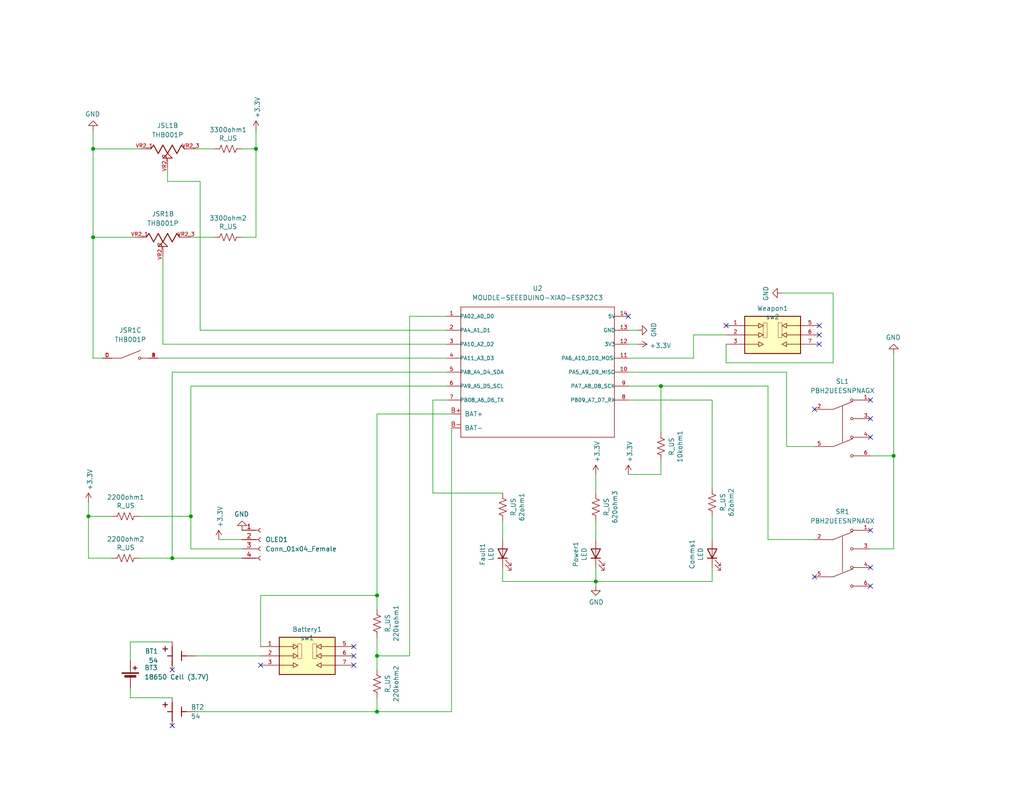
<source format=kicad_sch>
(kicad_sch (version 20230121) (generator eeschema)
  (paper "USLetter")
  (title_block (title "Combot Robot Transmitter") (date "2022-06-21") (rev "2") (company "Vector Space"))
  (lib_symbols
    (symbol "54_1" (pin_numbers hide) (pin_names (offset 1.016) hide)
      (property "Reference" "BT1" (at 3.81 1.27 0))
      (property "Value" "54" (at 3.81 -1.27 0))
      (symbol "54_1_0_0"
        (polyline (pts (xy -3.81 1.905) (xy -2.54 1.905)) (stroke (width 0.254)))
        (polyline (pts (xy -3.175 2.54) (xy -3.175 1.27)) (stroke (width 0.254)))
        (polyline (pts (xy -1.27 0) (xy -2.54 0)) (stroke (width 0.254)))
        (polyline (pts (xy -1.27 0) (xy -1.27 -2.54)) (stroke (width 0.254)))
        (polyline (pts (xy -1.27 2.54) (xy -1.27 0)) (stroke (width 0.254)))
        (polyline (pts (xy 1.27 0) (xy 1.27 -1.27)) (stroke (width 0.254)))
        (polyline (pts (xy 1.27 0) (xy 2.54 0)) (stroke (width 0.254)))
        (polyline (pts (xy 1.27 1.27) (xy 1.27 0)) (stroke (width 0.254)))
      )
      (symbol "54_1_1_1"
        (pin passive line (at -1.27 3.81 270) (length 2.54) (name "1_1") (number "1_1"))
        (pin passive line (at -1.27 -3.81 90) (length 2.54) (name "1_2") (number "1_2"))
        (pin passive line (at 5.08 0 180) (length 2.54) (name "1_3") (number "1_3"))
      )
    )
    (symbol "Connector:Conn_01x04_Female" (pin_names (offset 1.016) hide)
      (property "Reference" "J" (at 0 5.08 0))
      (property "Value" "Conn_01x04_Female" (at 0 -7.62 0))
      (symbol "Conn_01x04_Female_1_1"
        (arc (start 0 -4.572) (mid -0.5058 -5.08) (end 0 -5.588) (stroke (width 0.1524)))
        (arc (start 0 -2.032) (mid -0.5058 -2.54) (end 0 -3.048) (stroke (width 0.1524)))
        (polyline (pts (xy -1.27 -5.08) (xy -0.508 -5.08)) (stroke (width 0.1524)))
        (polyline (pts (xy -1.27 -2.54) (xy -0.508 -2.54)) (stroke (width 0.1524)))
        (polyline (pts (xy -1.27 0) (xy -0.508 0)) (stroke (width 0.1524)))
        (polyline (pts (xy -1.27 2.54) (xy -0.508 2.54)) (stroke (width 0.1524)))
        (arc (start 0 0.508) (mid -0.5058 0) (end 0 -0.508) (stroke (width 0.1524)))
        (arc (start 0 3.048) (mid -0.5058 2.54) (end 0 2.032) (stroke (width 0.1524)))
        (pin passive line (at -5.08 2.54 0) (length 3.81) (name "Pin_1") (number "1"))
        (pin passive line (at -5.08 0 0) (length 3.81) (name "Pin_2") (number "2"))
        (pin passive line (at -5.08 -2.54 0) (length 3.81) (name "Pin_3") (number "3"))
        (pin passive line (at -5.08 -5.08 0) (length 3.81) (name "Pin_4") (number "4"))
      )
    )
    (symbol "Device:Battery_Cell" (pin_numbers hide) (pin_names (offset 0) hide)
      (property "Reference" "BT" (at 2.54 2.54 0))
      (property "Value" "Battery_Cell" (at 2.54 0 0))
      (symbol "Battery_Cell_0_1"
        (rectangle (start -2.286 1.778) (end 2.286 1.524) (fill (type outline)))
        (rectangle (start -1.524 1.016) (end 1.524 0.508) (fill (type outline)))
        (polyline (pts (xy 0 0.762) (xy 0 0)))
        (polyline (pts (xy 0 1.778) (xy 0 2.54)))
        (polyline (pts (xy 0.762 3.048) (xy 1.778 3.048)) (stroke (width 0.254)))
        (polyline (pts (xy 1.27 3.556) (xy 1.27 2.54)) (stroke (width 0.254)))
      )
      (symbol "Battery_Cell_1_1"
        (pin passive line (at 0 5.08 270) (length 2.54) (name "+") (number "1"))
        (pin passive line (at 0 -2.54 90) (length 2.54) (name "-") (number "2"))
      )
    )
    (symbol "Device:LED" (pin_numbers hide) (pin_names (offset 1.016) hide)
      (property "Reference" "D" (at 0 2.54 0))
      (property "Value" "LED" (at 0 -2.54 0))
      (symbol "LED_0_1"
        (polyline (pts (xy -1.27 -1.27) (xy -1.27 1.27)) (stroke (width 0.254)))
        (polyline (pts (xy -1.27 0) (xy 1.27 0)))
        (polyline (pts (xy 1.27 -1.27) (xy 1.27 1.27) (xy -1.27 0) (xy 1.27 -1.27)) (stroke (width 0.254)))
        (polyline (pts (xy -3.048 -0.762) (xy -4.572 -2.286) (xy -3.81 -2.286) (xy -4.572 -2.286) (xy -4.572 -1.524)))
        (polyline (pts (xy -1.778 -0.762) (xy -3.302 -2.286) (xy -2.54 -2.286) (xy -3.302 -2.286) (xy -3.302 -1.524)))
      )
      (symbol "LED_1_1"
        (pin passive line (at -3.81 0 0) (length 2.54) (name "K") (number "1"))
        (pin passive line (at 3.81 0 180) (length 2.54) (name "A") (number "2"))
      )
    )
    (symbol "Device:R_US" (pin_numbers hide) (pin_names (offset 0))
      (property "Reference" "R" (at 2.54 0 90))
      (property "Value" "R_US" (at -2.54 0 90))
      (symbol "R_US_0_1"
        (polyline (pts (xy 0 -2.286) (xy 0 -2.54)))
        (polyline (pts (xy 0 2.286) (xy 0 2.54)))
        (polyline (pts (xy 0 -0.762) (xy 1.016 -1.143) (xy 0 -1.524) (xy -1.016 -1.905) (xy 0 -2.286)))
        (polyline (pts (xy 0 0.762) (xy 1.016 0.381) (xy 0 0) (xy -1.016 -0.381) (xy 0 -0.762)))
        (polyline (pts (xy 0 2.286) (xy 1.016 1.905) (xy 0 1.524) (xy -1.016 1.143) (xy 0 0.762)))
      )
      (symbol "R_US_1_1"
        (pin passive line (at 0 3.81 270) (length 1.27) (name "~") (number "1"))
        (pin passive line (at 0 -3.81 90) (length 1.27) (name "~") (number "2"))
      )
    )
    (symbol "JS202011JCQN:JS202011JCQN" (pin_names (offset 1.016) hide)
      (property "Reference" "S" (at -7.62 6.35 0))
      (property "Value" "JS202011JCQN" (at -7.62 -6.35 0))
      (symbol "JS202011JCQN_0_0"
        (rectangle (start -7.62 -5.08) (end 7.62 5.08) (stroke (width 0.254)) (fill (type background)))
        (polyline (pts (xy -7.62 -2.54) (xy -3.81 -2.54)) (stroke (width 0.1524)))
        (polyline (pts (xy -7.62 0) (xy -3.81 0)) (stroke (width 0.1524)))
        (polyline (pts (xy -7.62 2.54) (xy -3.81 2.54)) (stroke (width 0.1524)))
        (polyline (pts (xy 7.62 -2.54) (xy 3.81 -2.54)) (stroke (width 0.1524)))
        (polyline (pts (xy 7.62 0) (xy 3.81 0)) (stroke (width 0.1524)))
        (polyline (pts (xy 7.62 2.54) (xy 3.81 2.54)) (stroke (width 0.1524)))
        (polyline (pts (xy -3.81 -1.905) (xy -3.81 -3.175) (xy -2.54 -2.54) (xy -3.81 -1.905)) (stroke (width 0.1524)) (fill (type background)))
        (polyline (pts (xy -3.81 0.635) (xy -3.81 -0.635) (xy -2.54 0) (xy -3.81 0.635)) (stroke (width 0.1524)) (fill (type background)))
        (polyline (pts (xy -3.81 3.175) (xy -3.81 1.905) (xy -2.54 2.54) (xy -3.81 3.175)) (stroke (width 0.1524)) (fill (type background)))
        (polyline (pts (xy 3.81 -3.175) (xy 3.81 -1.905) (xy 2.54 -2.54) (xy 3.81 -3.175)) (stroke (width 0.1524)) (fill (type background)))
        (polyline (pts (xy 3.81 -0.635) (xy 3.81 0.635) (xy 2.54 0) (xy 3.81 -0.635)) (stroke (width 0.1524)) (fill (type background)))
        (polyline (pts (xy 3.81 1.905) (xy 3.81 3.175) (xy 2.54 2.54) (xy 3.81 1.905)) (stroke (width 0.1524)) (fill (type background)))
        (polyline (pts (xy -2.54 3.302) (xy -2.54 -0.762) (xy -1.524 -0.762) (xy -1.524 3.302) (xy -2.54 3.302)) (stroke (width 0.0254)) (fill (type background)))
        (polyline (pts (xy 1.524 3.302) (xy 1.524 -0.762) (xy 2.54 -0.762) (xy 2.54 3.302) (xy 1.524 3.302)) (stroke (width 0.0254)) (fill (type background)))
        (pin passive line (at -12.7 2.54 0) (length 5.08) (name "~") (number "1"))
        (pin passive line (at -12.7 0 0) (length 5.08) (name "~") (number "2"))
        (pin passive line (at -12.7 -2.54 0) (length 5.08) (name "~") (number "3"))
        (pin passive line (at 12.7 2.54 180) (length 5.08) (name "~") (number "5"))
        (pin passive line (at 12.7 0 180) (length 5.08) (name "~") (number "6"))
        (pin passive line (at 12.7 -2.54 180) (length 5.08) (name "~") (number "7"))
      )
    )
    (symbol "PBH2UEESNPNAGX:PBH2UEESNPNAGX" (pin_names (offset 1.016))
      (property "Reference" "S" (at -2.54 10.16 0))
      (property "Value" "PBH2UEESNPNAGX" (at -2.54 -10.16 0))
      (symbol "PBH2UEESNPNAGX_0_0"
        (polyline (pts (xy -2.54 -5.08) (xy -5.08 -5.08)) (stroke (width 0.1524)))
        (polyline (pts (xy -2.54 -5.08) (xy 2.794 -2.9464)) (stroke (width 0.1524)))
        (polyline (pts (xy -2.54 5.08) (xy -5.08 5.08)) (stroke (width 0.1524)))
        (polyline (pts (xy -2.54 5.08) (xy 2.794 7.2136)) (stroke (width 0.1524)))
        (polyline (pts (xy 0 5.842) (xy 0 -3.81)) (stroke (width 0.1524)))
        (polyline (pts (xy 5.08 -7.62) (xy 2.921 -7.62)) (stroke (width 0.1524)))
        (polyline (pts (xy 5.08 -2.54) (xy 2.921 -2.54)) (stroke (width 0.1524)))
        (polyline (pts (xy 5.08 2.54) (xy 2.921 2.54)) (stroke (width 0.1524)))
        (polyline (pts (xy 5.08 7.62) (xy 2.921 7.62)) (stroke (width 0.1524)))
        (circle (center 2.54 -7.62) (radius 0.3302) (stroke (width 0.1524)))
        (circle (center 2.54 -2.54) (radius 0.3302) (stroke (width 0.1524)))
        (circle (center 2.54 2.54) (radius 0.3302) (stroke (width 0.1524)))
        (circle (center 2.54 7.62) (radius 0.3302) (stroke (width 0.1524)))
        (pin passive line (at 7.62 7.62 180) (length 2.54) (name "~") (number "1"))
        (pin passive line (at -7.62 5.08 0) (length 2.54) (name "~") (number "2"))
        (pin passive line (at 7.62 2.54 180) (length 2.54) (name "~") (number "3"))
        (pin passive line (at 7.62 -2.54 180) (length 2.54) (name "~") (number "4"))
        (pin passive line (at -7.62 -5.08 0) (length 2.54) (name "~") (number "5"))
        (pin passive line (at 7.62 -7.62 180) (length 2.54) (name "~") (number "6"))
      )
    )
    (symbol "SEEEDUINO-XIAO-ESP32C3:MOUDLE-SEEEDUINO-XIAO-ESP32C3" (pin_names (offset 1.016))
      (property "Reference" "U2" (at -0.635 19.05 0))
      (property "Value" "MOUDLE-SEEEDUINO-XIAO-ESP32C3" (at -0.635 16.51 0))
      (symbol "MOUDLE-SEEEDUINO-XIAO-ESP32C3_0_0"
        (polyline (pts (xy -21.59 -21.59) (xy -21.59 0)) (stroke (width 0.1524)))
        (polyline (pts (xy -21.59 -11.43) (xy -22.86 -11.43)) (stroke (width 0.1524)))
        (polyline (pts (xy -21.59 -7.62) (xy -22.86 -7.62)) (stroke (width 0.1524)))
        (polyline (pts (xy -21.59 -3.81) (xy -22.86 -3.81)) (stroke (width 0.1524)))
        (polyline (pts (xy -21.59 0) (xy -22.86 0)) (stroke (width 0.1524)))
        (polyline (pts (xy -21.59 0) (xy -21.59 3.81)) (stroke (width 0.1524)))
        (polyline (pts (xy -21.59 3.81) (xy -22.86 3.81)) (stroke (width 0.1524)))
        (polyline (pts (xy -21.59 3.81) (xy -21.59 7.62)) (stroke (width 0.1524)))
        (polyline (pts (xy -21.59 7.62) (xy -22.86 7.62)) (stroke (width 0.1524)))
        (polyline (pts (xy -21.59 7.62) (xy -21.59 11.43)) (stroke (width 0.1524)))
        (polyline (pts (xy -21.59 11.43) (xy -22.86 11.43)) (stroke (width 0.1524)))
        (polyline (pts (xy -21.59 11.43) (xy -21.59 13.97)) (stroke (width 0.1524)))
        (polyline (pts (xy -21.59 13.97) (xy 20.32 13.97)) (stroke (width 0.1524)))
        (polyline (pts (xy 20.32 -21.59) (xy -21.59 -21.59)) (stroke (width 0.1524)))
        (polyline (pts (xy 20.32 3.81) (xy 20.32 -21.59)) (stroke (width 0.1524)))
        (polyline (pts (xy 20.32 7.62) (xy 20.32 3.81)) (stroke (width 0.1524)))
        (polyline (pts (xy 20.32 11.43) (xy 20.32 7.62)) (stroke (width 0.1524)))
        (polyline (pts (xy 20.32 13.97) (xy 20.32 11.43)) (stroke (width 0.1524)))
        (polyline (pts (xy 21.59 -11.43) (xy 20.32 -11.43)) (stroke (width 0.1524)))
        (polyline (pts (xy 21.59 -7.62) (xy 20.32 -7.62)) (stroke (width 0.1524)))
        (polyline (pts (xy 21.59 -3.81) (xy 20.32 -3.81)) (stroke (width 0.1524)))
        (polyline (pts (xy 21.59 0) (xy 20.32 0)) (stroke (width 0.1524)))
        (polyline (pts (xy 21.59 3.81) (xy 20.32 3.81)) (stroke (width 0.1524)))
        (polyline (pts (xy 21.59 7.62) (xy 20.32 7.62)) (stroke (width 0.1524)))
        (polyline (pts (xy 21.59 11.43) (xy 20.32 11.43)) (stroke (width 0.1524)))
        (pin bidirectional line (at -25.4 11.43 0) (length 2.54) (name "PA02_A0_D0") (number "1"))
        (pin bidirectional line (at 24.13 -3.81 180) (length 2.54) (name "PA5_A9_D9_MISO") (number "10"))
        (pin bidirectional line (at 24.13 0 180) (length 2.54) (name "PA6_A10_D10_MOSI") (number "11"))
        (pin bidirectional line (at 24.13 7.62 180) (length 2.54) (name "GND") (number "13"))
        (pin bidirectional line (at 24.13 11.43 180) (length 2.54) (name "5V") (number "14"))
        (pin bidirectional line (at -25.4 7.62 0) (length 2.54) (name "PA4_A1_D1") (number "2"))
        (pin bidirectional line (at -25.4 3.81 0) (length 2.54) (name "PA10_A2_D2") (number "3"))
        (pin bidirectional line (at -25.4 0 0) (length 2.54) (name "PA11_A3_D3") (number "4"))
        (pin bidirectional line (at -25.4 -3.81 0) (length 2.54) (name "PA8_A4_D4_SDA") (number "5"))
        (pin bidirectional line (at -25.4 -7.62 0) (length 2.54) (name "PA9_A5_D5_SCL") (number "6"))
        (pin bidirectional line (at -25.4 -11.43 0) (length 2.54) (name "PB08_A6_D6_TX") (number "7"))
        (pin bidirectional line (at 24.13 -11.43 180) (length 2.54) (name "PB09_A7_D7_RX") (number "8"))
        (pin bidirectional line (at 24.13 -7.62 180) (length 2.54) (name "PA7_A8_D8_SCK") (number "9"))
      )
      (symbol "MOUDLE-SEEEDUINO-XIAO-ESP32C3_1_0"
        (pin power_out line (at 24.13 3.81 180) (length 2.54) (name "3V3") (number "12"))
      )
      (symbol "MOUDLE-SEEEDUINO-XIAO-ESP32C3_1_1"
        (pin bidirectional line (at -24.13 -15.24 0) (length 2.54) (name "BAT+") (number "B+"))
        (pin bidirectional line (at -24.13 -19.05 0) (length 2.54) (name "BAT-") (number "B-"))
      )
    )
    (symbol "THB001P:THB001P" (pin_names (offset 1.016))
      (property "Reference" "U" (at -5.08 5.08 0))
      (property "Value" "THB001P" (at -5.08 2.54 0))
      (symbol "THB001P_1_0"
        (polyline (pts (xy -5.08 0) (xy -4.572 0)) (stroke (width 0.1524)))
        (polyline (pts (xy -4.572 0) (xy -3.81 1.016)) (stroke (width 0.254)))
        (polyline (pts (xy -3.81 1.016) (xy -2.54 -1.27)) (stroke (width 0.254)))
        (polyline (pts (xy -2.54 -1.27) (xy -1.27 1.016)) (stroke (width 0.254)))
        (polyline (pts (xy -1.27 -2.54) (xy 0 -1.27)) (stroke (width 0.2032)))
        (polyline (pts (xy -1.27 1.016) (xy 0 -1.27)) (stroke (width 0.254)))
        (polyline (pts (xy 0 -1.27) (xy 1.27 -2.54)) (stroke (width 0.2032)))
        (polyline (pts (xy 0 -1.27) (xy 1.27 1.016)) (stroke (width 0.254)))
        (polyline (pts (xy 1.27 -2.54) (xy -1.27 -2.54)) (stroke (width 0.2032)))
        (polyline (pts (xy 1.27 1.016) (xy 2.54 -1.27)) (stroke (width 0.254)))
        (polyline (pts (xy 2.54 -1.27) (xy 3.81 1.016)) (stroke (width 0.254)))
        (polyline (pts (xy 3.81 1.016) (xy 4.572 0)) (stroke (width 0.254)))
        (polyline (pts (xy 4.572 0) (xy 5.08 0)) (stroke (width 0.1524)))
        (pin passive line (at -7.62 0 0) (length 2.54) (name "~") (number "VR1_1"))
        (pin passive line (at 0 -5.08 90) (length 2.54) (name "~") (number "VR1_2"))
        (pin passive line (at 7.62 0 180) (length 2.54) (name "~") (number "VR1_3"))
      )
      (symbol "THB001P_2_0"
        (polyline (pts (xy -5.08 0) (xy -4.572 0)) (stroke (width 0.1524)))
        (polyline (pts (xy -4.572 0) (xy -3.81 1.016)) (stroke (width 0.254)))
        (polyline (pts (xy -3.81 1.016) (xy -2.54 -1.27)) (stroke (width 0.254)))
        (polyline (pts (xy -2.54 -1.27) (xy -1.27 1.016)) (stroke (width 0.254)))
        (polyline (pts (xy -1.27 -2.54) (xy 0 -1.27)) (stroke (width 0.2032)))
        (polyline (pts (xy -1.27 1.016) (xy 0 -1.27)) (stroke (width 0.254)))
        (polyline (pts (xy 0 -1.27) (xy 1.27 -2.54)) (stroke (width 0.2032)))
        (polyline (pts (xy 0 -1.27) (xy 1.27 1.016)) (stroke (width 0.254)))
        (polyline (pts (xy 1.27 -2.54) (xy -1.27 -2.54)) (stroke (width 0.2032)))
        (polyline (pts (xy 1.27 1.016) (xy 2.54 -1.27)) (stroke (width 0.254)))
        (polyline (pts (xy 2.54 -1.27) (xy 3.81 1.016)) (stroke (width 0.254)))
        (polyline (pts (xy 3.81 1.016) (xy 4.572 0)) (stroke (width 0.254)))
        (polyline (pts (xy 4.572 0) (xy 5.08 0)) (stroke (width 0.1524)))
        (pin passive line (at -7.62 0 0) (length 2.54) (name "~") (number "VR2_1"))
        (pin passive line (at 0 -5.08 90) (length 2.54) (name "~") (number "VR2_2"))
        (pin passive line (at 7.62 0 180) (length 2.54) (name "~") (number "VR2_3"))
      )
      (symbol "THB001P_3_0"
        (polyline (pts (xy -2.54 0) (xy -5.08 0)) (stroke (width 0.1524)))
        (polyline (pts (xy -2.54 0) (xy 2.794 2.1336)) (stroke (width 0.1524)))
        (polyline (pts (xy 5.08 0) (xy 2.921 0)) (stroke (width 0.1524)))
        (circle (center 2.54 0) (radius 0.3302) (stroke (width 0.1524)))
        (pin passive line (at 7.62 0 180) (length 2.54) (name "~") (number "A"))
        (pin passive line (at 7.62 0 180) (length 2.54) (name "~") (number "B"))
        (pin passive line (at -7.62 0 0) (length 2.54) (name "~") (number "C"))
        (pin passive line (at -7.62 0 0) (length 2.54) (name "~") (number "D"))
      )
    )
    (symbol "power:+3.3V" (power) (pin_names (offset 0))
      (property "Value" "+3.3V" (at 0 3.556 0))
      (symbol "+3.3V_0_1"
        (polyline (pts (xy -0.762 1.27) (xy 0 2.54)))
        (polyline (pts (xy 0 0) (xy 0 2.54)))
        (polyline (pts (xy 0 2.54) (xy 0.762 1.27)))
      )
      (symbol "+3.3V_1_1"
        (pin power_in line (at 0 0 90) (length 0) hide (name "+3.3V") (number "1"))
      )
    )
    (symbol "power:GND" (power) (pin_names (offset 0))
      (property "Value" "GND" (at 0 -3.81 0))
      (symbol "GND_0_1"
        (polyline (pts (xy 0 0) (xy 0 -1.27) (xy 1.27 -1.27) (xy 0 -2.54) (xy -1.27 -1.27) (xy 0 -1.27)))
      )
      (symbol "GND_1_1"
        (pin power_in line (at 0 0 270) (length 0) hide (name "GND") (number "1"))
      )
    )
  )
  (junction (at 102.87 179.07))
  (junction (at 69.85 40.64))
  (junction (at 52.07 140.97))
  (junction (at 24.13 140.97))
  (junction (at 243.84 124.46))
  (junction (at 25.4 64.77))
  (junction (at 25.4 40.64))
  (junction (at 102.87 162.56))
  (junction (at 102.87 194.31))
  (junction (at 180.34 105.41))
  (junction (at 46.99 152.4))
  (junction (at 162.56 158.75))
  (no_connect (at 222.25 111.76))
  (no_connect (at 223.52 88.9))
  (no_connect (at 223.52 93.98))
  (no_connect (at 222.25 157.48))
  (no_connect (at 171.45 86.36))
  (no_connect (at 46.99 182.88))
  (no_connect (at 96.52 176.53))
  (no_connect (at 237.49 154.94))
  (no_connect (at 223.52 91.44))
  (no_connect (at 198.12 88.9))
  (no_connect (at 46.99 198.12))
  (no_connect (at 71.12 181.61))
  (no_connect (at 237.49 109.22))
  (no_connect (at 237.49 144.78))
  (no_connect (at 237.49 119.38))
  (no_connect (at 237.49 114.3))
  (no_connect (at 96.52 181.61))
  (no_connect (at 96.52 179.07))
  (no_connect (at 237.49 160.02))
  (wire (pts (xy 213.36 80.01) (xy 227.33 80.01)))
  (wire (pts (xy 102.87 194.31) (xy 123.19 194.31)))
  (wire (pts (xy 35.56 190.5) (xy 46.99 190.5)))
  (wire (pts (xy 25.4 40.64) (xy 38.1 40.64)))
  (wire (pts (xy 171.45 129.54) (xy 180.34 129.54)))
  (wire (pts (xy 171.45 101.6) (xy 214.63 101.6)))
  (wire (pts (xy 69.85 40.64) (xy 69.85 64.77)))
  (wire (pts (xy 59.69 147.32) (xy 66.04 147.32)))
  (wire (pts (xy 25.4 64.77) (xy 36.83 64.77)))
  (wire (pts (xy 53.34 40.64) (xy 58.42 40.64)))
  (wire (pts (xy 209.55 105.41) (xy 209.55 147.32)))
  (wire (pts (xy 162.56 142.24) (xy 162.56 147.32)))
  (wire (pts (xy 123.19 116.84) (xy 123.19 194.31)))
  (wire (pts (xy 44.45 69.85) (xy 44.45 93.98)))
  (wire (pts (xy 44.45 93.98) (xy 121.92 93.98)))
  (wire (pts (xy 24.13 137.16) (xy 24.13 140.97)))
  (wire (pts (xy 171.45 105.41) (xy 180.34 105.41)))
  (wire (pts (xy 38.1 152.4) (xy 46.99 152.4)))
  (wire (pts (xy 53.34 194.31) (xy 102.87 194.31)))
  (wire (pts (xy 24.13 152.4) (xy 24.13 140.97)))
  (wire (pts (xy 43.18 97.79) (xy 121.92 97.79)))
  (wire (pts (xy 111.76 179.07) (xy 102.87 179.07)))
  (wire (pts (xy 189.23 91.44) (xy 198.12 91.44)))
  (wire (pts (xy 71.12 162.56) (xy 102.87 162.56)))
  (wire (pts (xy 171.45 93.98) (xy 173.99 93.98)))
  (wire (pts (xy 198.12 99.06) (xy 198.12 93.98)))
  (wire (pts (xy 121.92 105.41) (xy 52.07 105.41)))
  (wire (pts (xy 137.16 158.75) (xy 162.56 158.75)))
  (wire (pts (xy 214.63 101.6) (xy 214.63 121.92)))
  (wire (pts (xy 45.72 45.72) (xy 45.72 49.53)))
  (wire (pts (xy 69.85 35.56) (xy 69.85 40.64)))
  (wire (pts (xy 237.49 149.86) (xy 243.84 149.86)))
  (wire (pts (xy 118.11 134.62) (xy 137.16 134.62)))
  (wire (pts (xy 121.92 101.6) (xy 46.99 101.6)))
  (wire (pts (xy 162.56 154.94) (xy 162.56 158.75)))
  (wire (pts (xy 194.31 154.94) (xy 194.31 158.75)))
  (wire (pts (xy 66.04 149.86) (xy 52.07 149.86)))
  (wire (pts (xy 66.04 40.64) (xy 69.85 40.64)))
  (wire (pts (xy 237.49 124.46) (xy 243.84 124.46)))
  (wire (pts (xy 27.94 97.79) (xy 25.4 97.79)))
  (wire (pts (xy 24.13 140.97) (xy 30.48 140.97)))
  (wire (pts (xy 45.72 49.53) (xy 54.61 49.53)))
  (wire (pts (xy 137.16 158.75) (xy 137.16 154.94)))
  (wire (pts (xy 52.07 64.77) (xy 58.42 64.77)))
  (wire (pts (xy 35.56 190.5) (xy 35.56 187.96)))
  (wire (pts (xy 71.12 176.53) (xy 71.12 162.56)))
  (wire (pts (xy 66.04 64.77) (xy 69.85 64.77)))
  (wire (pts (xy 102.87 113.03) (xy 123.19 113.03)))
  (wire (pts (xy 54.61 90.17) (xy 121.92 90.17)))
  (wire (pts (xy 227.33 80.01) (xy 227.33 99.06)))
  (wire (pts (xy 194.31 133.35) (xy 194.31 109.22)))
  (wire (pts (xy 35.56 175.26) (xy 35.56 180.34)))
  (wire (pts (xy 194.31 140.97) (xy 194.31 147.32)))
  (wire (pts (xy 222.25 147.32) (xy 209.55 147.32)))
  (wire (pts (xy 180.34 125.73) (xy 180.34 129.54)))
  (wire (pts (xy 25.4 40.64) (xy 25.4 64.77)))
  (wire (pts (xy 189.23 97.79) (xy 171.45 97.79)))
  (wire (pts (xy 173.99 90.17) (xy 171.45 90.17)))
  (wire (pts (xy 243.84 124.46) (xy 243.84 149.86)))
  (wire (pts (xy 243.84 96.52) (xy 243.84 124.46)))
  (wire (pts (xy 121.92 86.36) (xy 111.76 86.36)))
  (wire (pts (xy 52.07 149.86) (xy 52.07 140.97)))
  (wire (pts (xy 46.99 101.6) (xy 46.99 152.4)))
  (wire (pts (xy 118.11 109.22) (xy 121.92 109.22)))
  (wire (pts (xy 180.34 105.41) (xy 180.34 118.11)))
  (wire (pts (xy 162.56 158.75) (xy 162.56 160.02)))
  (wire (pts (xy 189.23 91.44) (xy 189.23 97.79)))
  (wire (pts (xy 102.87 162.56) (xy 102.87 113.03)))
  (wire (pts (xy 53.34 179.07) (xy 71.12 179.07)))
  (wire (pts (xy 25.4 97.79) (xy 25.4 64.77)))
  (wire (pts (xy 30.48 152.4) (xy 24.13 152.4)))
  (wire (pts (xy 35.56 175.26) (xy 46.99 175.26)))
  (wire (pts (xy 180.34 105.41) (xy 209.55 105.41)))
  (wire (pts (xy 118.11 109.22) (xy 118.11 134.62)))
  (wire (pts (xy 38.1 140.97) (xy 52.07 140.97)))
  (wire (pts (xy 194.31 158.75) (xy 162.56 158.75)))
  (wire (pts (xy 102.87 166.37) (xy 102.87 162.56)))
  (wire (pts (xy 102.87 173.99) (xy 102.87 179.07)))
  (wire (pts (xy 194.31 109.22) (xy 171.45 109.22)))
  (wire (pts (xy 111.76 86.36) (xy 111.76 179.07)))
  (wire (pts (xy 214.63 121.92) (xy 222.25 121.92)))
  (wire (pts (xy 46.99 152.4) (xy 66.04 152.4)))
  (wire (pts (xy 102.87 179.07) (xy 102.87 182.88)))
  (wire (pts (xy 52.07 105.41) (xy 52.07 140.97)))
  (wire (pts (xy 25.4 35.56) (xy 25.4 40.64)))
  (wire (pts (xy 162.56 129.54) (xy 162.56 134.62)))
  (wire (pts (xy 102.87 190.5) (xy 102.87 194.31)))
  (wire (pts (xy 227.33 99.06) (xy 198.12 99.06)))
  (wire (pts (xy 54.61 49.53) (xy 54.61 90.17)))
  (wire (pts (xy 137.16 142.24) (xy 137.16 147.32)))
  (symbol (lib_id "JS202011JCQN:JS202011JCQN") (at 83.82 179.07 0) (unit 1)
    (property "Reference" "Battery1" (at 83.82 171.831 0))
    (property "Value" "sw1" (at 83.82 174.1424 0))
    (property "Footprint" "SnapEDA Library:SW_JS202011JCQN" (effects hide))
    (property "PARTREV" "11 Nov 19" (effects hide))
    (property "MANUFACTURER" "C&K" (effects hide))
    (property "MAXIMUM_PACKAGE_HEIGHT" "5.6 mm" (effects hide))
    (property "STANDARD" "Manufacturer Recommendations" (effects hide))
  )
  (symbol (lib_id "JS202011JCQN:JS202011JCQN") (at 210.82 91.44 0) (unit 1)
    (property "Reference" "Weapon1" (at 210.82 84.201 0))
    (property "Value" "sw2" (at 210.82 86.5124 0))
    (property "Footprint" "SnapEDA Library:SW_JS202011JCQN" (effects hide))
    (property "PARTREV" "11 Nov 19" (effects hide))
    (property "MANUFACTURER" "C&K" (effects hide))
    (property "MAXIMUM_PACKAGE_HEIGHT" "5.6 mm" (effects hide))
    (property "STANDARD" "Manufacturer Recommendations" (effects hide))
  )
  (symbol (lib_id "power:GND") (at 25.4 35.56 180) (unit 1)
    (property "Reference" "#PWR05" (effects hide))
    (property "Value" "GND" (at 25.273 31.1658 0))
  )
  (symbol (lib_id "power:+3.3V") (at 69.85 35.56 0) (unit 1)
    (property "Reference" "#PWR06" (effects hide))
    (property "Value" "+3.3V" (at 70.231 32.3088 90) (effects (justify left)))
  )
  (symbol (lib_id "power:GND") (at 213.36 80.01 270) (unit 1)
    (property "Reference" "#PWR08" (effects hide))
    (property "Value" "GND" (at 208.9658 80.137 0))
  )
  (symbol (lib_id "Device:R_US") (at 62.23 64.77 270) (unit 1)
    (property "Reference" "3300ohm2" (at 62.23 59.563 90))
    (property "Value" "R_US" (at 62.23 61.8744 90))
    (property "Footprint" "Resistor_SMD:R_0805_2012Metric_Pad1.20x1.40mm_HandSolder" (effects hide))
  )
  (symbol (lib_id "PBH2UEESNPNAGX:PBH2UEESNPNAGX") (at 229.87 152.4 0) (unit 1)
    (property "Reference" "SR1" (at 229.87 139.7 0))
    (property "Value" "PBH2UEESNPNAGX" (at 229.87 142.24 0))
    (property "Footprint" "SW_PBH2UEESNPNAGX" (effects hide))
    (property "PARTREV" "E" (effects hide))
    (property "MANUFACTURER" "E-Switch" (effects hide))
    (property "SNAPEDA_PN" "PBH2UEESNPNAGX" (effects hide))
    (property "MAXIMUM_PACKAGE_HEIGHT" "9.1 mm" (effects hide))
    (property "STANDARD" "Manufacturer Recommendations" (effects hide))
  )
  (symbol (lib_id "power:+3.3V") (at 24.13 137.16 0) (unit 1)
    (property "Reference" "#PWR01" (effects hide))
    (property "Value" "+3.3V" (at 24.511 133.9088 90) (effects (justify left)))
  )
  (symbol (lib_id "Device:R_US") (at 102.87 170.18 180) (unit 1)
    (property "Reference" "220kohm1" (at 108.077 170.18 90))
    (property "Value" "R_US" (at 105.7656 170.18 90))
    (property "Footprint" "Resistor_SMD:R_0805_2012Metric_Pad1.20x1.40mm_HandSolder" (effects hide))
  )
  (symbol (lib_id "Connector:Conn_01x04_Female") (at 71.12 147.32 0) (unit 1)
    (property "Reference" "OLED1" (at 72.39 147.3199 0) (effects (justify left)))
    (property "Value" "Conn_01x04_Female" (at 72.39 149.8599 0) (effects (justify left)))
    (property "Footprint" "Connector_PinSocket_2.54mm:PinSocket_1x04_P2.54mm_Vertical" (effects hide))
  )
  (symbol (lib_id "Device:LED") (at 194.31 151.13 90) (unit 1)
    (property "Reference" "Comms1" (at 188.8236 151.3078 0))
    (property "Value" "LED" (at 191.135 151.3078 0))
    (property "Footprint" "LED_SMD:LED_0805_2012Metric_Pad1.15x1.40mm_HandSolder" (effects hide))
  )
  (symbol (lib_name "54_1") (lib_id "KEYSTONE_54:54") (at 48.26 194.31 0) (unit 1)
    (property "Reference" "BT2" (at 52.07 193.04 0) (effects (justify left)))
    (property "Value" "54" (at 52.07 195.58 0) (effects (justify left)))
    (property "Footprint" "SnapEDA Library:BAT_54" (effects hide))
    (property "PARTREV" "E" (effects hide))
    (property "MANUFACTURER" "Keystone Electronics" (effects hide))
    (property "SNAPEDA_PN" "54" (effects hide))
    (property "MAXIMUM_PACKAGE_HEIGHT" "18.3mm" (effects hide))
    (property "STANDARD" "Manufacturer Recommendations" (effects hide))
  )
  (symbol (lib_id "THB001P:THB001P") (at 35.56 97.79 0) (unit 3)
    (property "Reference" "JSR1" (at 35.56 90.17 0))
    (property "Value" "THB001P" (at 35.56 92.71 0))
    (property "Footprint" "CNK_THB001P" (effects hide))
    (property "Datasheet" "https://www.mouser.com/datasheet/2/240/thb-3050713.pdf" (effects hide))
    (property "PARTREV" "27 Jan 22" (effects hide))
    (property "MANUFACTURER" "CNK" (effects hide))
    (property "STANDARD" "Manufacturer Recommendations" (effects hide))
    (property "MAXIMUM_PACKAGE_HEIGHT" "19.85mm" (effects hide))
    (property "SNAPEDA_PN" "THB001P" (effects hide))
  )
  (symbol (lib_id "THB001P:THB001P") (at 45.72 40.64 0) (unit 2)
    (property "Reference" "JSL1" (at 45.72 34.29 0))
    (property "Value" "THB001P" (at 45.72 36.83 0))
    (property "Footprint" "CNK_THB001P" (effects hide))
    (property "Datasheet" "https://www.mouser.com/datasheet/2/240/thb-3050713.pdf" (effects hide))
    (property "PARTREV" "27 Jan 22" (effects hide))
    (property "MANUFACTURER" "CNK" (effects hide))
    (property "STANDARD" "Manufacturer Recommendations" (effects hide))
    (property "MAXIMUM_PACKAGE_HEIGHT" "19.85mm" (effects hide))
    (property "SNAPEDA_PN" "THB001P" (effects hide))
  )
  (symbol (lib_id "Device:LED") (at 162.56 151.13 90) (unit 1)
    (property "Reference" "Power1" (at 157.0736 151.3078 0))
    (property "Value" "LED" (at 159.385 151.3078 0))
    (property "Footprint" "LED_SMD:LED_0805_2012Metric_Pad1.15x1.40mm_HandSolder" (effects hide))
  )
  (symbol (lib_id "Device:R_US") (at 180.34 121.92 180) (unit 1)
    (property "Reference" "10kohm1" (at 185.547 121.92 90))
    (property "Value" "R_US" (at 183.2356 121.92 90))
    (property "Footprint" "Resistor_SMD:R_0805_2012Metric_Pad1.20x1.40mm_HandSolder" (effects hide))
  )
  (symbol (lib_id "SEEEDUINO-XIAO-ESP32C3:MOUDLE-SEEEDUINO-XIAO-ESP32C3") (at 147.32 97.79 0) (unit 1)
    (property "Reference" "U2" (at 146.685 78.74 0))
    (property "Value" "MOUDLE-SEEEDUINO-XIAO-ESP32C3" (at 146.685 81.28 0))
    (property "Footprint" "xiao ESP32C3_PCB:MOUDLE14P-SMD-2.54-21X17.8MM" (effects hide))
  )
  (symbol (lib_id "Device:R_US") (at 34.29 140.97 270) (unit 1)
    (property "Reference" "2200ohm1" (at 34.29 135.763 90))
    (property "Value" "R_US" (at 34.29 138.0744 90))
    (property "Footprint" "Resistor_SMD:R_0805_2012Metric_Pad1.20x1.40mm_HandSolder" (effects hide))
  )
  (symbol (lib_id "power:+3.3V") (at 162.56 129.54 0) (unit 1)
    (property "Reference" "#PWR09" (effects hide))
    (property "Value" "+3.3V" (at 162.941 126.2888 90) (effects (justify left)))
  )
  (symbol (lib_id "power:+3.3V") (at 59.69 147.32 0) (unit 1)
    (property "Reference" "#PWR015" (effects hide))
    (property "Value" "+3.3V" (at 60.071 144.0688 90) (effects (justify left)))
  )
  (symbol (lib_id "THB001P:THB001P") (at 44.45 64.77 0) (unit 2)
    (property "Reference" "JSR1" (at 44.45 58.42 0))
    (property "Value" "THB001P" (at 44.45 60.96 0))
    (property "Footprint" "CNK_THB001P" (effects hide))
    (property "Datasheet" "https://www.mouser.com/datasheet/2/240/thb-3050713.pdf" (effects hide))
    (property "PARTREV" "27 Jan 22" (effects hide))
    (property "MANUFACTURER" "CNK" (effects hide))
    (property "STANDARD" "Manufacturer Recommendations" (effects hide))
    (property "MAXIMUM_PACKAGE_HEIGHT" "19.85mm" (effects hide))
    (property "SNAPEDA_PN" "THB001P" (effects hide))
  )
  (symbol (lib_name "54_1") (lib_id "KEYSTONE_54:54") (at 48.26 179.07 0) (unit 1)
    (property "Reference" "BT1" (at 43.18 177.8 0) (effects (justify right)))
    (property "Value" "54" (at 43.18 180.34 0) (effects (justify right)))
    (property "Footprint" "SnapEDA Library:BAT_54" (effects hide))
    (property "PARTREV" "E" (effects hide))
    (property "MANUFACTURER" "Keystone Electronics" (effects hide))
    (property "SNAPEDA_PN" "54" (effects hide))
    (property "MAXIMUM_PACKAGE_HEIGHT" "18.3mm" (effects hide))
    (property "STANDARD" "Manufacturer Recommendations" (effects hide))
  )
  (symbol (lib_id "Device:R_US") (at 34.29 152.4 270) (unit 1)
    (property "Reference" "2200ohm2" (at 34.29 147.193 90))
    (property "Value" "R_US" (at 34.29 149.5044 90))
    (property "Footprint" "Resistor_SMD:R_0805_2012Metric_Pad1.20x1.40mm_HandSolder" (effects hide))
  )
  (symbol (lib_id "power:GND") (at 66.04 144.78 180) (unit 1)
    (property "Reference" "#PWR016" (effects hide))
    (property "Value" "GND" (at 65.913 140.3858 0))
  )
  (symbol (lib_id "Device:R_US") (at 137.16 138.43 180) (unit 1)
    (property "Reference" "62ohm1" (at 142.367 138.43 90))
    (property "Value" "R_US" (at 140.0556 138.43 90))
    (property "Footprint" "Resistor_SMD:R_0805_2012Metric_Pad1.20x1.40mm_HandSolder" (effects hide))
  )
  (symbol (lib_id "Device:R_US") (at 162.56 138.43 180) (unit 1)
    (property "Reference" "620ohm3" (at 167.767 138.43 90))
    (property "Value" "R_US" (at 165.4556 138.43 90))
    (property "Footprint" "Resistor_SMD:R_0805_2012Metric_Pad1.20x1.40mm_HandSolder" (effects hide))
  )
  (symbol (lib_id "PBH2UEESNPNAGX:PBH2UEESNPNAGX") (at 229.87 116.84 0) (unit 1)
    (property "Reference" "SL1" (at 229.87 104.14 0))
    (property "Value" "PBH2UEESNPNAGX" (at 229.87 106.68 0))
    (property "Footprint" "SW_PBH2UEESNPNAGX" (effects hide))
    (property "PARTREV" "E" (effects hide))
    (property "MANUFACTURER" "E-Switch" (effects hide))
    (property "SNAPEDA_PN" "PBH2UEESNPNAGX" (effects hide))
    (property "MAXIMUM_PACKAGE_HEIGHT" "9.1 mm" (effects hide))
    (property "STANDARD" "Manufacturer Recommendations" (effects hide))
  )
  (symbol (lib_id "Device:R_US") (at 102.87 186.69 180) (unit 1)
    (property "Reference" "220kohm2" (at 108.077 186.69 90))
    (property "Value" "R_US" (at 105.7656 186.69 90))
    (property "Footprint" "Resistor_SMD:R_0805_2012Metric_Pad1.20x1.40mm_HandSolder" (effects hide))
  )
  (symbol (lib_id "Device:R_US") (at 194.31 137.16 180) (unit 1)
    (property "Reference" "62ohm2" (at 199.517 137.16 90))
    (property "Value" "R_US" (at 197.2056 137.16 90))
    (property "Footprint" "Resistor_SMD:R_0805_2012Metric_Pad1.20x1.40mm_HandSolder" (effects hide))
  )
  (symbol (lib_id "power:GND") (at 173.99 90.17 90) (unit 1)
    (property "Reference" "#PWR0101" (effects hide))
    (property "Value" "GND" (at 178.3842 90.043 0))
  )
  (symbol (lib_id "Device:R_US") (at 62.23 40.64 270) (unit 1)
    (property "Reference" "3300ohm1" (at 62.23 35.433 90))
    (property "Value" "R_US" (at 62.23 37.7444 90))
    (property "Footprint" "Resistor_SMD:R_0805_2012Metric_Pad1.20x1.40mm_HandSolder" (effects hide))
  )
  (symbol (lib_id "power:GND") (at 243.84 96.52 180) (unit 1)
    (property "Reference" "#PWR019" (effects hide))
    (property "Value" "GND" (at 243.713 92.1258 0))
  )
  (symbol (lib_id "Device:Battery_Cell") (at 35.56 185.42 0) (unit 1)
    (property "Reference" "BT3" (at 39.37 182.3085 0) (effects (justify left)))
    (property "Value" "18650 Cell (3.7V)" (at 39.37 184.8485 0) (effects (justify left)))
  )
  (symbol (lib_id "power:+3.3V") (at 173.99 93.98 270) (unit 1)
    (property "Reference" "#PWR014" (effects hide))
    (property "Value" "+3.3V" (at 177.2412 94.361 90) (effects (justify left)))
  )
  (symbol (lib_id "Device:LED") (at 137.16 151.13 90) (unit 1)
    (property "Reference" "Fault1" (at 131.6736 151.3078 0))
    (property "Value" "LED" (at 133.985 151.3078 0))
    (property "Footprint" "LED_SMD:LED_0805_2012Metric_Pad1.15x1.40mm_HandSolder" (effects hide))
  )
  (symbol (lib_id "power:+3.3V") (at 171.45 129.54 0) (unit 1)
    (property "Reference" "#PWR02" (effects hide))
    (property "Value" "+3.3V" (at 171.831 126.2888 90) (effects (justify left)))
  )
  (symbol (lib_id "power:GND") (at 162.56 160.02 0) (unit 1)
    (property "Reference" "#PWR03" (effects hide))
    (property "Value" "GND" (at 162.687 164.4142 0))
  )
)
</source>
